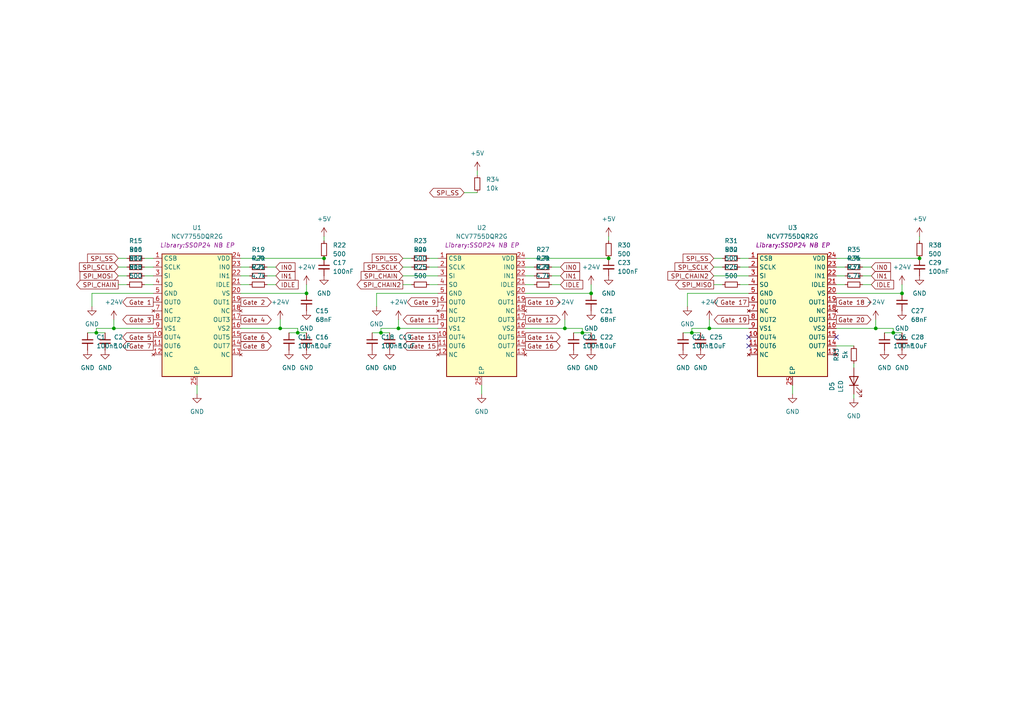
<source format=kicad_sch>
(kicad_sch (version 20230121) (generator eeschema)
  (paper "A4")
  (lib_symbols
    (symbol "Device:C_Small" (pin_numbers hide) (pin_names (offset 0.254) hide)
      (property "Reference" "C" (at 0.254 1.778 0))
      (property "Value" "C_Small" (at 0.254 -2.032 0))
      (symbol "C_Small_0_1"
        (polyline (pts (xy -1.524 -0.508) (xy 1.524 -0.508)) (stroke (width 0.3302)))
        (polyline (pts (xy -1.524 0.508) (xy 1.524 0.508)) (stroke (width 0.3048)))
      )
      (symbol "C_Small_1_1"
        (pin passive line (at 0 2.54 270) (length 2.032) (name "~") (number "1"))
        (pin passive line (at 0 -2.54 90) (length 2.032) (name "~") (number "2"))
      )
    )
    (symbol "Device:LED" (pin_numbers hide) (pin_names (offset 1.016) hide)
      (property "Reference" "D" (at 0 2.54 0))
      (property "Value" "LED" (at 0 -2.54 0))
      (symbol "LED_0_1"
        (polyline (pts (xy -1.27 -1.27) (xy -1.27 1.27)) (stroke (width 0.254)))
        (polyline (pts (xy -1.27 0) (xy 1.27 0)))
        (polyline (pts (xy 1.27 -1.27) (xy 1.27 1.27) (xy -1.27 0) (xy 1.27 -1.27)) (stroke (width 0.254)))
        (polyline (pts (xy -3.048 -0.762) (xy -4.572 -2.286) (xy -3.81 -2.286) (xy -4.572 -2.286) (xy -4.572 -1.524)))
        (polyline (pts (xy -1.778 -0.762) (xy -3.302 -2.286) (xy -2.54 -2.286) (xy -3.302 -2.286) (xy -3.302 -1.524)))
      )
      (symbol "LED_1_1"
        (pin passive line (at -3.81 0 0) (length 2.54) (name "K") (number "1"))
        (pin passive line (at 3.81 0 180) (length 2.54) (name "A") (number "2"))
      )
    )
    (symbol "Device:R_Small" (pin_numbers hide) (pin_names (offset 0.254) hide)
      (property "Reference" "R" (at 0.762 0.508 0))
      (property "Value" "R_Small" (at 0.762 -1.016 0))
      (symbol "R_Small_0_1"
        (rectangle (start -0.762 1.778) (end 0.762 -1.778) (stroke (width 0.2032)))
      )
      (symbol "R_Small_1_1"
        (pin passive line (at 0 2.54 270) (length 0.762) (name "~") (number "1"))
        (pin passive line (at 0 -2.54 90) (length 0.762) (name "~") (number "2"))
      )
    )
    (symbol "NCV7755:NCV7755DQR2G"
      (property "Reference" "U" (at 5.08 21.59 0))
      (property "Value" "NCV7755DQR2G" (at 5.08 19.05 0))
      (property "Footprint" "Library:SSOP24 NB EP" (at -1.27 3.81 0))
      (symbol "NCV7755DQR2G_0_1"
        (rectangle (start -10.16 16.51) (end 10.16 -19.05) (stroke (width 0.254)) (fill (type background)))
      )
      (symbol "NCV7755DQR2G_1_1"
        (pin input line (at -12.7 15.24 0) (length 2.54) (name "CSB") (number "1"))
        (pin output line (at -12.7 -7.62 0) (length 2.54) (name "OUT4") (number "10"))
        (pin output line (at -12.7 -10.16 0) (length 2.54) (name "OUT6") (number "11"))
        (pin no_connect line (at -12.7 -12.7 0) (length 2.54) (name "NC") (number "12"))
        (pin no_connect line (at 12.7 -12.7 180) (length 2.54) (name "NC") (number "13"))
        (pin output line (at 12.7 -10.16 180) (length 2.54) (name "OUT7") (number "14"))
        (pin output line (at 12.7 -7.62 180) (length 2.54) (name "OUT5") (number "15"))
        (pin power_in line (at 12.7 -5.08 180) (length 2.54) (name "VS2") (number "16"))
        (pin output line (at 12.7 -2.54 180) (length 2.54) (name "OUT3") (number "17"))
        (pin no_connect line (at 12.7 0 180) (length 2.54) (name "NC") (number "18"))
        (pin output line (at 12.7 2.54 180) (length 2.54) (name "OUT1") (number "19"))
        (pin input line (at -12.7 12.7 0) (length 2.54) (name "SCLK") (number "2"))
        (pin power_in line (at 12.7 5.08 180) (length 2.54) (name "VS") (number "20"))
        (pin input line (at 12.7 7.62 180) (length 2.54) (name "IDLE") (number "21"))
        (pin input line (at 12.7 10.16 180) (length 2.54) (name "IN1") (number "22"))
        (pin input line (at 12.7 12.7 180) (length 2.54) (name "IN0") (number "23"))
        (pin power_in line (at 12.7 15.24 180) (length 2.54) (name "VDD") (number "24"))
        (pin passive line (at 0 -21.59 90) (length 2.54) (name "EP") (number "25"))
        (pin input line (at -12.7 10.16 0) (length 2.54) (name "SI") (number "3"))
        (pin output line (at -12.7 7.62 0) (length 2.54) (name "SO") (number "4"))
        (pin passive line (at -12.7 5.08 0) (length 2.54) (name "GND") (number "5"))
        (pin output line (at -12.7 2.54 0) (length 2.54) (name "OUT0") (number "6"))
        (pin no_connect line (at -12.7 0 0) (length 2.54) (name "NC") (number "7"))
        (pin output line (at -12.7 -2.54 0) (length 2.54) (name "OUT2") (number "8"))
        (pin power_in line (at -12.7 -5.08 0) (length 2.54) (name "VS1") (number "9"))
      )
    )
    (symbol "power:+24V" (power) (pin_names (offset 0))
      (property "Value" "+24V" (at 0 3.556 0))
      (symbol "+24V_0_1"
        (polyline (pts (xy -0.762 1.27) (xy 0 2.54)))
        (polyline (pts (xy 0 0) (xy 0 2.54)))
        (polyline (pts (xy 0 2.54) (xy 0.762 1.27)))
      )
      (symbol "+24V_1_1"
        (pin power_in line (at 0 0 90) (length 0) hide (name "+24V") (number "1"))
      )
    )
    (symbol "power:+5V" (power) (pin_names (offset 0))
      (property "Value" "+5V" (at 0 3.556 0))
      (symbol "+5V_0_1"
        (polyline (pts (xy -0.762 1.27) (xy 0 2.54)))
        (polyline (pts (xy 0 0) (xy 0 2.54)))
        (polyline (pts (xy 0 2.54) (xy 0.762 1.27)))
      )
      (symbol "+5V_1_1"
        (pin power_in line (at 0 0 90) (length 0) hide (name "+5V") (number "1"))
      )
    )
    (symbol "power:GND" (power) (pin_names (offset 0))
      (property "Value" "GND" (at 0 -3.81 0))
      (symbol "GND_0_1"
        (polyline (pts (xy 0 0) (xy 0 -1.27) (xy 1.27 -1.27) (xy 0 -2.54) (xy -1.27 -1.27) (xy 0 -1.27)))
      )
      (symbol "GND_1_1"
        (pin power_in line (at 0 0 270) (length 0) hide (name "GND") (number "1"))
      )
    )
  )
  (junction (at 33.02 95.25))
  (junction (at 93.98 74.93))
  (junction (at 163.83 95.25))
  (junction (at 115.57 95.25))
  (junction (at 176.53 74.93))
  (junction (at 200.66 96.52))
  (junction (at 81.28 95.25))
  (junction (at 27.94 96.52))
  (junction (at 205.74 95.25))
  (junction (at 86.36 96.52))
  (junction (at 266.7 74.93))
  (junction (at 110.49 96.52))
  (junction (at 171.45 85.09))
  (junction (at 261.62 85.09))
  (junction (at 259.08 96.52))
  (junction (at 88.9 85.09))
  (junction (at 168.91 96.52))
  (junction (at 254 95.25))
  (no_connect (at 242.57 97.79))
  (no_connect (at 217.17 100.33))
  (no_connect (at 217.17 97.79))
  (wire (pts (xy 93.98 68.58) (xy 93.98 69.85)))
  (wire (pts (xy 69.85 74.93) (xy 93.98 74.93)))
  (wire (pts (xy 138.43 49.53) (xy 138.43 50.8)))
  (wire (pts (xy 259.08 95.25) (xy 259.08 96.52)))
  (wire (pts (xy 77.47 80.01) (xy 80.01 80.01)))
  (wire (pts (xy 124.46 74.93) (xy 127 74.93)))
  (wire (pts (xy 83.82 96.52) (xy 86.36 96.52)))
  (wire (pts (xy 176.53 68.58) (xy 176.53 69.85)))
  (wire (pts (xy 242.57 85.09) (xy 261.62 85.09)))
  (wire (pts (xy 116.84 80.01) (xy 127 80.01)))
  (wire (pts (xy 27.94 95.25) (xy 33.02 95.25)))
  (wire (pts (xy 199.39 85.09) (xy 199.39 88.9)))
  (wire (pts (xy 214.63 82.55) (xy 217.17 82.55)))
  (wire (pts (xy 152.4 82.55) (xy 154.94 82.55)))
  (wire (pts (xy 69.85 80.01) (xy 72.39 80.01)))
  (wire (pts (xy 26.67 85.09) (xy 44.45 85.09)))
  (wire (pts (xy 110.49 95.25) (xy 115.57 95.25)))
  (wire (pts (xy 200.66 95.25) (xy 205.74 95.25)))
  (wire (pts (xy 33.02 95.25) (xy 44.45 95.25)))
  (wire (pts (xy 77.47 77.47) (xy 80.01 77.47)))
  (wire (pts (xy 110.49 95.25) (xy 110.49 96.52)))
  (wire (pts (xy 247.65 114.3) (xy 247.65 115.57)))
  (wire (pts (xy 41.91 80.01) (xy 44.45 80.01)))
  (wire (pts (xy 261.62 82.55) (xy 261.62 85.09)))
  (wire (pts (xy 124.46 82.55) (xy 127 82.55)))
  (wire (pts (xy 214.63 74.93) (xy 217.17 74.93)))
  (wire (pts (xy 134.62 55.88) (xy 138.43 55.88)))
  (wire (pts (xy 41.91 82.55) (xy 44.45 82.55)))
  (wire (pts (xy 115.57 95.25) (xy 127 95.25)))
  (wire (pts (xy 200.66 95.25) (xy 200.66 96.52)))
  (wire (pts (xy 110.49 96.52) (xy 113.03 96.52)))
  (wire (pts (xy 214.63 77.47) (xy 217.17 77.47)))
  (wire (pts (xy 77.47 82.55) (xy 80.01 82.55)))
  (wire (pts (xy 124.46 77.47) (xy 127 77.47)))
  (wire (pts (xy 242.57 95.25) (xy 254 95.25)))
  (wire (pts (xy 69.85 77.47) (xy 72.39 77.47)))
  (wire (pts (xy 115.57 92.71) (xy 115.57 95.25)))
  (wire (pts (xy 160.02 82.55) (xy 162.56 82.55)))
  (wire (pts (xy 41.91 77.47) (xy 44.45 77.47)))
  (wire (pts (xy 160.02 80.01) (xy 162.56 80.01)))
  (wire (pts (xy 27.94 95.25) (xy 27.94 96.52)))
  (wire (pts (xy 250.19 80.01) (xy 252.73 80.01)))
  (wire (pts (xy 207.01 74.93) (xy 209.55 74.93)))
  (wire (pts (xy 166.37 96.52) (xy 168.91 96.52)))
  (wire (pts (xy 207.01 77.47) (xy 209.55 77.47)))
  (wire (pts (xy 57.15 111.76) (xy 57.15 114.3)))
  (wire (pts (xy 34.29 77.47) (xy 36.83 77.47)))
  (wire (pts (xy 254 95.25) (xy 259.08 95.25)))
  (wire (pts (xy 168.91 95.25) (xy 168.91 96.52)))
  (wire (pts (xy 242.57 80.01) (xy 245.11 80.01)))
  (wire (pts (xy 152.4 74.93) (xy 176.53 74.93)))
  (wire (pts (xy 254 92.71) (xy 254 95.25)))
  (wire (pts (xy 160.02 77.47) (xy 162.56 77.47)))
  (wire (pts (xy 256.54 96.52) (xy 259.08 96.52)))
  (wire (pts (xy 163.83 95.25) (xy 168.91 95.25)))
  (wire (pts (xy 26.67 85.09) (xy 26.67 88.9)))
  (wire (pts (xy 207.01 82.55) (xy 209.55 82.55)))
  (wire (pts (xy 171.45 82.55) (xy 171.45 85.09)))
  (wire (pts (xy 107.95 96.52) (xy 110.49 96.52)))
  (wire (pts (xy 259.08 96.52) (xy 261.62 96.52)))
  (wire (pts (xy 163.83 92.71) (xy 163.83 95.25)))
  (wire (pts (xy 139.7 111.76) (xy 139.7 114.3)))
  (wire (pts (xy 152.4 85.09) (xy 171.45 85.09)))
  (wire (pts (xy 205.74 95.25) (xy 217.17 95.25)))
  (wire (pts (xy 266.7 68.58) (xy 266.7 69.85)))
  (wire (pts (xy 242.57 74.93) (xy 266.7 74.93)))
  (wire (pts (xy 250.19 77.47) (xy 252.73 77.47)))
  (wire (pts (xy 88.9 82.55) (xy 88.9 85.09)))
  (wire (pts (xy 168.91 96.52) (xy 171.45 96.52)))
  (wire (pts (xy 207.01 80.01) (xy 217.17 80.01)))
  (wire (pts (xy 69.85 85.09) (xy 88.9 85.09)))
  (wire (pts (xy 242.57 82.55) (xy 245.11 82.55)))
  (wire (pts (xy 200.66 96.52) (xy 203.2 96.52)))
  (wire (pts (xy 152.4 80.01) (xy 154.94 80.01)))
  (wire (pts (xy 229.87 111.76) (xy 229.87 114.3)))
  (wire (pts (xy 116.84 82.55) (xy 119.38 82.55)))
  (wire (pts (xy 69.85 82.55) (xy 72.39 82.55)))
  (wire (pts (xy 27.94 96.52) (xy 30.48 96.52)))
  (wire (pts (xy 109.22 85.09) (xy 127 85.09)))
  (wire (pts (xy 242.57 77.47) (xy 245.11 77.47)))
  (wire (pts (xy 116.84 74.93) (xy 119.38 74.93)))
  (wire (pts (xy 25.4 96.52) (xy 27.94 96.52)))
  (wire (pts (xy 81.28 92.71) (xy 81.28 95.25)))
  (wire (pts (xy 69.85 95.25) (xy 81.28 95.25)))
  (wire (pts (xy 34.29 74.93) (xy 36.83 74.93)))
  (wire (pts (xy 152.4 95.25) (xy 163.83 95.25)))
  (wire (pts (xy 198.12 96.52) (xy 200.66 96.52)))
  (wire (pts (xy 242.57 100.33) (xy 247.65 100.33)))
  (wire (pts (xy 34.29 80.01) (xy 36.83 80.01)))
  (wire (pts (xy 41.91 74.93) (xy 44.45 74.93)))
  (wire (pts (xy 81.28 95.25) (xy 86.36 95.25)))
  (wire (pts (xy 116.84 77.47) (xy 119.38 77.47)))
  (wire (pts (xy 34.29 82.55) (xy 36.83 82.55)))
  (wire (pts (xy 247.65 106.68) (xy 247.65 105.41)))
  (wire (pts (xy 109.22 85.09) (xy 109.22 88.9)))
  (wire (pts (xy 205.74 92.71) (xy 205.74 95.25)))
  (wire (pts (xy 152.4 77.47) (xy 154.94 77.47)))
  (wire (pts (xy 199.39 85.09) (xy 217.17 85.09)))
  (wire (pts (xy 33.02 92.71) (xy 33.02 95.25)))
  (wire (pts (xy 250.19 82.55) (xy 252.73 82.55)))
  (wire (pts (xy 86.36 95.25) (xy 86.36 96.52)))
  (wire (pts (xy 86.36 96.52) (xy 88.9 96.52)))
  (global_label "IN1" (shape input) (at 80.01 80.01 0) (property "Intersheetrefs" "${INTERSHEET_REFS}" (effects hide)))
  (global_label "Gate 18" (shape output) (at 242.57 87.63 0) (property "Intersheetrefs" "${INTERSHEET_REFS}" (effects hide)))
  (global_label "Gate 5" (shape output) (at 44.45 97.79 180) (property "Intersheetrefs" "${INTERSHEET_REFS}" (effects hide)))
  (global_label "SPI_SS" (shape input) (at 207.01 74.93 180) (property "Intersheetrefs" "${INTERSHEET_REFS}" (effects hide)))
  (global_label "Gate 15" (shape output) (at 127 100.33 180) (property "Intersheetrefs" "${INTERSHEET_REFS}" (effects hide)))
  (global_label "IN1" (shape input) (at 252.73 80.01 0) (property "Intersheetrefs" "${INTERSHEET_REFS}" (effects hide)))
  (global_label "IN0" (shape input) (at 252.73 77.47 0) (property "Intersheetrefs" "${INTERSHEET_REFS}" (effects hide)))
  (global_label "Gate 20" (shape output) (at 242.57 92.71 0) (property "Intersheetrefs" "${INTERSHEET_REFS}" (effects hide)))
  (global_label "SPI_CHAIN" (shape input) (at 116.84 80.01 180) (property "Intersheetrefs" "${INTERSHEET_REFS}" (effects hide)))
  (global_label "SPI_SS" (shape bidirectional) (at 134.62 55.88 180) (property "Intersheetrefs" "${INTERSHEET_REFS}" (effects hide)))
  (global_label "SPI_MOSI" (shape input) (at 34.29 80.01 180) (property "Intersheetrefs" "${INTERSHEET_REFS}" (effects hide)))
  (global_label "Gate 19" (shape output) (at 217.17 92.71 180) (property "Intersheetrefs" "${INTERSHEET_REFS}" (effects hide)))
  (global_label "SPI_SS" (shape input) (at 34.29 74.93 180) (property "Intersheetrefs" "${INTERSHEET_REFS}" (effects hide)))
  (global_label "IN1" (shape input) (at 162.56 80.01 0) (property "Intersheetrefs" "${INTERSHEET_REFS}" (effects hide)))
  (global_label "SPI_SS" (shape input) (at 116.84 74.93 180) (property "Intersheetrefs" "${INTERSHEET_REFS}" (effects hide)))
  (global_label "Gate 11" (shape output) (at 127 92.71 180) (property "Intersheetrefs" "${INTERSHEET_REFS}" (effects hide)))
  (global_label "IDLE" (shape input) (at 80.01 82.55 0) (property "Intersheetrefs" "${INTERSHEET_REFS}" (effects hide)))
  (global_label "IN0" (shape input) (at 162.56 77.47 0) (property "Intersheetrefs" "${INTERSHEET_REFS}" (effects hide)))
  (global_label "Gate 10" (shape output) (at 152.4 87.63 0) (property "Intersheetrefs" "${INTERSHEET_REFS}" (effects hide)))
  (global_label "Gate 8" (shape output) (at 69.85 100.33 0) (property "Intersheetrefs" "${INTERSHEET_REFS}" (effects hide)))
  (global_label "SPI_CHAIN2" (shape input) (at 207.01 80.01 180) (property "Intersheetrefs" "${INTERSHEET_REFS}" (effects hide)))
  (global_label "Gate 12" (shape output) (at 152.4 92.71 0) (property "Intersheetrefs" "${INTERSHEET_REFS}" (effects hide)))
  (global_label "SPI_SCLK" (shape input) (at 116.84 77.47 180) (property "Intersheetrefs" "${INTERSHEET_REFS}" (effects hide)))
  (global_label "IN0" (shape input) (at 80.01 77.47 0) (property "Intersheetrefs" "${INTERSHEET_REFS}" (effects hide)))
  (global_label "SPI_SCLK" (shape input) (at 34.29 77.47 180) (property "Intersheetrefs" "${INTERSHEET_REFS}" (effects hide)))
  (global_label "Gate 3" (shape output) (at 44.45 92.71 180) (property "Intersheetrefs" "${INTERSHEET_REFS}" (effects hide)))
  (global_label "SPI_CHAIN2" (shape output) (at 116.84 82.55 180) (property "Intersheetrefs" "${INTERSHEET_REFS}" (effects hide)))
  (global_label "IDLE" (shape input) (at 252.73 82.55 0) (property "Intersheetrefs" "${INTERSHEET_REFS}" (effects hide)))
  (global_label "Gate 4" (shape output) (at 69.85 92.71 0) (property "Intersheetrefs" "${INTERSHEET_REFS}" (effects hide)))
  (global_label "Gate 9" (shape output) (at 127 87.63 180) (property "Intersheetrefs" "${INTERSHEET_REFS}" (effects hide)))
  (global_label "SPI_MISO" (shape output) (at 207.01 82.55 180) (property "Intersheetrefs" "${INTERSHEET_REFS}" (effects hide)))
  (global_label "Gate 13" (shape output) (at 127 97.79 180) (property "Intersheetrefs" "${INTERSHEET_REFS}" (effects hide)))
  (global_label "SPI_SCLK" (shape input) (at 207.01 77.47 180) (property "Intersheetrefs" "${INTERSHEET_REFS}" (effects hide)))
  (global_label "Gate 1" (shape output) (at 44.45 87.63 180) (property "Intersheetrefs" "${INTERSHEET_REFS}" (effects hide)))
  (global_label "IDLE" (shape input) (at 162.56 82.55 0) (property "Intersheetrefs" "${INTERSHEET_REFS}" (effects hide)))
  (global_label "SPI_CHAIN" (shape output) (at 34.29 82.55 180) (property "Intersheetrefs" "${INTERSHEET_REFS}" (effects hide)))
  (global_label "Gate 7" (shape output) (at 44.45 100.33 180) (property "Intersheetrefs" "${INTERSHEET_REFS}" (effects hide)))
  (global_label "Gate 17" (shape output) (at 217.17 87.63 180) (property "Intersheetrefs" "${INTERSHEET_REFS}" (effects hide)))
  (global_label "Gate 16" (shape output) (at 152.4 100.33 0) (property "Intersheetrefs" "${INTERSHEET_REFS}" (effects hide)))
  (global_label "Gate 6" (shape output) (at 69.85 97.79 0) (property "Intersheetrefs" "${INTERSHEET_REFS}" (effects hide)))
  (global_label "Gate 2" (shape output) (at 69.85 87.63 0) (property "Intersheetrefs" "${INTERSHEET_REFS}" (effects hide)))
  (global_label "Gate 14" (shape output) (at 152.4 97.79 0) (property "Intersheetrefs" "${INTERSHEET_REFS}" (effects hide)))
  (symbol (lib_id "Device:C_Small") (at 166.37 99.06 0) (unit 1)
    (property "Reference" "C20" (at 168.91 97.7963 0) (effects (justify left)))
    (property "Value" "100nF" (at 168.91 100.3363 0) (effects (justify left)))
    (property "Footprint" "Capacitor_SMD:C_0805_2012Metric_Pad1.18x1.45mm_HandSolder" (effects hide))
  )
  (symbol (lib_id "Device:R_Small") (at 39.37 74.93 90) (unit 1)
    (property "Reference" "R15" (at 39.37 69.85 90))
    (property "Value" "500" (at 39.37 72.39 90))
    (property "Footprint" "Resistor_SMD:R_0805_2012Metric_Pad1.20x1.40mm_HandSolder" (effects hide))
  )
  (symbol (lib_id "power:GND") (at 203.2 101.6 0) (unit 1)
    (property "Reference" "#PWR083" (effects hide))
    (property "Value" "GND" (at 203.2 106.68 0))
  )
  (symbol (lib_id "power:GND") (at 171.45 101.6 0) (unit 1)
    (property "Reference" "#PWR078" (effects hide))
    (property "Value" "GND" (at 171.45 106.68 0))
  )
  (symbol (lib_id "power:GND") (at 261.62 90.17 0) (unit 1)
    (property "Reference" "#PWR089" (effects hide))
    (property "Value" "GND" (at 261.62 95.25 0))
  )
  (symbol (lib_id "power:GND") (at 266.7 80.01 0) (unit 1)
    (property "Reference" "#PWR092" (effects hide))
    (property "Value" "GND" (at 266.7 85.09 0))
  )
  (symbol (lib_id "NCV7755:NCV7755DQR2G") (at 57.15 90.17 0) (unit 1)
    (property "Reference" "U1" (at 57.15 66.04 0))
    (property "Value" "NCV7755DQR2G" (at 57.15 68.58 0))
    (property "Footprint" "Library:SSOP24 NB EP" (at 57.15 71.12 0) (effects (font italic)))
    (property "Datasheet" "https://www.mouser.com/datasheet/2/308/1/NCV7755_D-3150259.pdf" (effects hide))
  )
  (symbol (lib_id "Device:R_Small") (at 266.7 72.39 180) (unit 1)
    (property "Reference" "R38" (at 269.24 71.12 0) (effects (justify right)))
    (property "Value" "500" (at 269.24 73.66 0) (effects (justify right)))
    (property "Footprint" "Resistor_SMD:R_0805_2012Metric_Pad1.20x1.40mm_HandSolder" (effects hide))
  )
  (symbol (lib_id "power:GND") (at 88.9 90.17 0) (unit 1)
    (property "Reference" "#PWR029" (effects hide))
    (property "Value" "GND" (at 88.9 95.25 0))
  )
  (symbol (lib_id "power:+24V") (at 115.57 92.71 0) (unit 1)
    (property "Reference" "#PWR036" (effects hide))
    (property "Value" "+24V" (at 115.57 87.63 0))
  )
  (symbol (lib_id "Device:C_Small") (at 266.7 77.47 0) (unit 1)
    (property "Reference" "C29" (at 269.24 76.2063 0) (effects (justify left)))
    (property "Value" "100nF" (at 269.24 78.7463 0) (effects (justify left)))
    (property "Footprint" "Capacitor_SMD:C_0805_2012Metric_Pad1.18x1.45mm_HandSolder" (effects hide))
  )
  (symbol (lib_id "power:GND") (at 113.03 101.6 0) (unit 1)
    (property "Reference" "#PWR035" (effects hide))
    (property "Value" "GND" (at 113.03 106.68 0))
  )
  (symbol (lib_id "Device:C_Small") (at 88.9 99.06 0) (unit 1)
    (property "Reference" "C16" (at 91.44 97.7963 0) (effects (justify left)))
    (property "Value" "10uF" (at 91.44 100.3363 0) (effects (justify left)))
    (property "Footprint" "Capacitor_SMD:C_0805_2012Metric_Pad1.18x1.45mm_HandSolder" (effects hide))
  )
  (symbol (lib_id "Device:C_Small") (at 261.62 87.63 0) (unit 1)
    (property "Reference" "C27" (at 264.16 90.17 0) (effects (justify left)))
    (property "Value" "68nF" (at 264.16 92.71 0) (effects (justify left)))
    (property "Footprint" "Capacitor_SMD:C_0805_2012Metric_Pad1.18x1.45mm_HandSolder" (effects hide))
  )
  (symbol (lib_id "Device:R_Small") (at 39.37 80.01 90) (unit 1)
    (property "Reference" "R17" (at 39.37 74.93 90))
    (property "Value" "500" (at 39.37 77.47 90))
    (property "Footprint" "Resistor_SMD:R_0805_2012Metric_Pad1.20x1.40mm_HandSolder" (effects hide))
  )
  (symbol (lib_id "power:GND") (at 171.45 90.17 0) (unit 1)
    (property "Reference" "#PWR077" (effects hide))
    (property "Value" "GND" (at 171.45 95.25 0))
  )
  (symbol (lib_id "Device:LED") (at 247.65 110.49 90) (unit 1)
    (property "Reference" "D5" (at 241.3 112.0775 0))
    (property "Value" "LED" (at 243.84 112.0775 0))
    (property "Footprint" "LED_SMD:LED_0805_2012Metric_Pad1.15x1.40mm_HandSolder" (effects hide))
  )
  (symbol (lib_id "power:+5V") (at 138.43 49.53 0) (unit 1)
    (property "Reference" "#PWR094" (effects hide))
    (property "Value" "+5V" (at 138.43 44.45 0))
  )
  (symbol (lib_id "Device:R_Small") (at 212.09 82.55 90) (unit 1)
    (property "Reference" "R26" (at 212.09 77.47 90))
    (property "Value" "500" (at 212.09 80.01 90))
    (property "Footprint" "Resistor_SMD:R_0805_2012Metric_Pad1.20x1.40mm_HandSolder" (effects hide))
  )
  (symbol (lib_id "Device:R_Small") (at 138.43 53.34 180) (unit 1)
    (property "Reference" "R34" (at 140.97 52.07 0) (effects (justify right)))
    (property "Value" "10k" (at 140.97 54.61 0) (effects (justify right)))
    (property "Footprint" "Resistor_SMD:R_0805_2012Metric_Pad1.20x1.40mm_HandSolder" (effects hide))
  )
  (symbol (lib_id "Device:C_Small") (at 25.4 99.06 0) (unit 1)
    (property "Reference" "C1" (at 27.94 97.7963 0) (effects (justify left)))
    (property "Value" "100nF" (at 27.94 100.3363 0) (effects (justify left)))
    (property "Footprint" "Capacitor_SMD:C_0805_2012Metric_Pad1.18x1.45mm_HandSolder" (effects hide))
  )
  (symbol (lib_id "Device:C_Small") (at 171.45 87.63 0) (unit 1)
    (property "Reference" "C21" (at 173.99 90.17 0) (effects (justify left)))
    (property "Value" "68nF" (at 173.99 92.71 0) (effects (justify left)))
    (property "Footprint" "Capacitor_SMD:C_0805_2012Metric_Pad1.18x1.45mm_HandSolder" (effects hide))
  )
  (symbol (lib_id "power:GND") (at 93.98 80.01 0) (unit 1)
    (property "Reference" "#PWR032" (effects hide))
    (property "Value" "GND" (at 93.98 85.09 0))
  )
  (symbol (lib_id "power:GND") (at 256.54 101.6 0) (unit 1)
    (property "Reference" "#PWR087" (effects hide))
    (property "Value" "GND" (at 256.54 106.68 0))
  )
  (symbol (lib_id "Device:C_Small") (at 107.95 99.06 0) (unit 1)
    (property "Reference" "C18" (at 110.49 97.7963 0) (effects (justify left)))
    (property "Value" "100nF" (at 110.49 100.3363 0) (effects (justify left)))
    (property "Footprint" "Capacitor_SMD:C_0805_2012Metric_Pad1.18x1.45mm_HandSolder" (effects hide))
  )
  (symbol (lib_id "Device:R_Small") (at 176.53 72.39 180) (unit 1)
    (property "Reference" "R30" (at 179.07 71.12 0) (effects (justify right)))
    (property "Value" "500" (at 179.07 73.66 0) (effects (justify right)))
    (property "Footprint" "Resistor_SMD:R_0805_2012Metric_Pad1.20x1.40mm_HandSolder" (effects hide))
  )
  (symbol (lib_id "Device:C_Small") (at 261.62 99.06 0) (unit 1)
    (property "Reference" "C28" (at 264.16 97.7963 0) (effects (justify left)))
    (property "Value" "10uF" (at 264.16 100.3363 0) (effects (justify left)))
    (property "Footprint" "Capacitor_SMD:C_0805_2012Metric_Pad1.18x1.45mm_HandSolder" (effects hide))
  )
  (symbol (lib_id "power:+24V") (at 205.74 92.71 0) (unit 1)
    (property "Reference" "#PWR084" (effects hide))
    (property "Value" "+24V" (at 205.74 87.63 0))
  )
  (symbol (lib_id "NCV7755:NCV7755DQR2G") (at 139.7 90.17 0) (unit 1)
    (property "Reference" "U2" (at 139.7 66.04 0))
    (property "Value" "NCV7755DQR2G" (at 139.7 68.58 0))
    (property "Footprint" "Library:SSOP24 NB EP" (at 139.7 71.12 0) (effects (font italic)))
    (property "Datasheet" "https://www.mouser.com/datasheet/2/308/1/NCV7755_D-3150259.pdf" (effects hide))
  )
  (symbol (lib_id "power:GND") (at 166.37 101.6 0) (unit 1)
    (property "Reference" "#PWR075" (effects hide))
    (property "Value" "GND" (at 166.37 106.68 0))
  )
  (symbol (lib_id "Device:R_Small") (at 157.48 77.47 90) (unit 1)
    (property "Reference" "R27" (at 157.48 72.39 90))
    (property "Value" "4.7k" (at 157.48 74.93 90))
    (property "Footprint" "Resistor_SMD:R_0805_2012Metric_Pad1.20x1.40mm_HandSolder" (effects hide))
  )
  (symbol (lib_id "Device:C_Small") (at 198.12 99.06 0) (unit 1)
    (property "Reference" "C24" (at 200.66 97.7963 0) (effects (justify left)))
    (property "Value" "100nF" (at 200.66 100.3363 0) (effects (justify left)))
    (property "Footprint" "Capacitor_SMD:C_0805_2012Metric_Pad1.18x1.45mm_HandSolder" (effects hide))
  )
  (symbol (lib_id "Device:R_Small") (at 247.65 77.47 90) (unit 1)
    (property "Reference" "R35" (at 247.65 72.39 90))
    (property "Value" "4.7k" (at 247.65 74.93 90))
    (property "Footprint" "Resistor_SMD:R_0805_2012Metric_Pad1.20x1.40mm_HandSolder" (effects hide))
  )
  (symbol (lib_id "Device:R_Small") (at 74.93 80.01 90) (unit 1)
    (property "Reference" "R20" (at 74.93 74.93 90))
    (property "Value" "4.7k" (at 74.93 77.47 90))
    (property "Footprint" "Resistor_SMD:R_0805_2012Metric_Pad1.20x1.40mm_HandSolder" (effects hide))
  )
  (symbol (lib_id "Device:C_Small") (at 88.9 87.63 0) (unit 1)
    (property "Reference" "C15" (at 91.44 90.17 0) (effects (justify left)))
    (property "Value" "68nF" (at 91.44 92.71 0) (effects (justify left)))
    (property "Footprint" "Capacitor_SMD:C_0805_2012Metric_Pad1.18x1.45mm_HandSolder" (effects hide))
  )
  (symbol (lib_id "power:GND") (at 109.22 88.9 0) (unit 1)
    (property "Reference" "#PWR034" (effects hide))
    (property "Value" "GND" (at 109.22 93.98 0))
  )
  (symbol (lib_id "power:GND") (at 25.4 101.6 0) (unit 1)
    (property "Reference" "#PWR021" (effects hide))
    (property "Value" "GND" (at 25.4 106.68 0))
  )
  (symbol (lib_id "Device:C_Small") (at 171.45 99.06 0) (unit 1)
    (property "Reference" "C22" (at 173.99 97.7963 0) (effects (justify left)))
    (property "Value" "10uF" (at 173.99 100.3363 0) (effects (justify left)))
    (property "Footprint" "Capacitor_SMD:C_0805_2012Metric_Pad1.18x1.45mm_HandSolder" (effects hide))
  )
  (symbol (lib_id "power:+24V") (at 33.02 92.71 0) (unit 1)
    (property "Reference" "#PWR024" (effects hide))
    (property "Value" "+24V" (at 33.02 87.63 0))
  )
  (symbol (lib_id "Device:R_Small") (at 93.98 72.39 180) (unit 1)
    (property "Reference" "R22" (at 96.52 71.12 0) (effects (justify right)))
    (property "Value" "500" (at 96.52 73.66 0) (effects (justify right)))
    (property "Footprint" "Resistor_SMD:R_0805_2012Metric_Pad1.20x1.40mm_HandSolder" (effects hide))
  )
  (symbol (lib_id "power:+24V") (at 163.83 92.71 0) (unit 1)
    (property "Reference" "#PWR070" (effects hide))
    (property "Value" "+24V" (at 163.83 87.63 0))
  )
  (symbol (lib_id "power:GND") (at 26.67 88.9 0) (unit 1)
    (property "Reference" "#PWR022" (effects hide))
    (property "Value" "GND" (at 26.67 93.98 0))
  )
  (symbol (lib_id "Device:R_Small") (at 121.92 82.55 90) (unit 1)
    (property "Reference" "R25" (at 121.92 77.47 90))
    (property "Value" "500" (at 121.92 80.01 90))
    (property "Footprint" "Resistor_SMD:R_0805_2012Metric_Pad1.20x1.40mm_HandSolder" (effects hide))
  )
  (symbol (lib_id "power:+24V") (at 88.9 82.55 0) (unit 1)
    (property "Reference" "#PWR028" (effects hide))
    (property "Value" "+24V" (at 88.9 77.47 0))
  )
  (symbol (lib_id "Device:R_Small") (at 74.93 77.47 90) (unit 1)
    (property "Reference" "R19" (at 74.93 72.39 90))
    (property "Value" "4.7k" (at 74.93 74.93 90))
    (property "Footprint" "Resistor_SMD:R_0805_2012Metric_Pad1.20x1.40mm_HandSolder" (effects hide))
  )
  (symbol (lib_id "Device:R_Small") (at 212.09 77.47 90) (unit 1)
    (property "Reference" "R32" (at 212.09 72.39 90))
    (property "Value" "500" (at 212.09 74.93 90))
    (property "Footprint" "Resistor_SMD:R_0805_2012Metric_Pad1.20x1.40mm_HandSolder" (effects hide))
  )
  (symbol (lib_id "Device:C_Small") (at 176.53 77.47 0) (unit 1)
    (property "Reference" "C23" (at 179.07 76.2063 0) (effects (justify left)))
    (property "Value" "100nF" (at 179.07 78.7463 0) (effects (justify left)))
    (property "Footprint" "Capacitor_SMD:C_0805_2012Metric_Pad1.18x1.45mm_HandSolder" (effects hide))
  )
  (symbol (lib_id "power:+5V") (at 93.98 68.58 0) (unit 1)
    (property "Reference" "#PWR031" (effects hide))
    (property "Value" "+5V" (at 93.98 63.5 0))
  )
  (symbol (lib_id "power:GND") (at 198.12 101.6 0) (unit 1)
    (property "Reference" "#PWR081" (effects hide))
    (property "Value" "GND" (at 198.12 106.68 0))
  )
  (symbol (lib_id "Device:C_Small") (at 113.03 99.06 0) (unit 1)
    (property "Reference" "C19" (at 115.57 97.7963 0) (effects (justify left)))
    (property "Value" "10uF" (at 115.57 100.3363 0) (effects (justify left)))
    (property "Footprint" "Capacitor_SMD:C_0805_2012Metric_Pad1.18x1.45mm_HandSolder" (effects hide))
  )
  (symbol (lib_id "Device:R_Small") (at 121.92 77.47 90) (unit 1)
    (property "Reference" "R24" (at 121.92 72.39 90))
    (property "Value" "500" (at 121.92 74.93 90))
    (property "Footprint" "Resistor_SMD:R_0805_2012Metric_Pad1.20x1.40mm_HandSolder" (effects hide))
  )
  (symbol (lib_id "power:GND") (at 88.9 101.6 0) (unit 1)
    (property "Reference" "#PWR030" (effects hide))
    (property "Value" "GND" (at 88.9 106.68 0))
  )
  (symbol (lib_id "power:GND") (at 261.62 101.6 0) (unit 1)
    (property "Reference" "#PWR090" (effects hide))
    (property "Value" "GND" (at 261.62 106.68 0))
  )
  (symbol (lib_id "Device:R_Small") (at 212.09 74.93 90) (unit 1)
    (property "Reference" "R31" (at 212.09 69.85 90))
    (property "Value" "500" (at 212.09 72.39 90))
    (property "Footprint" "Resistor_SMD:R_0805_2012Metric_Pad1.20x1.40mm_HandSolder" (effects hide))
  )
  (symbol (lib_id "power:+24V") (at 261.62 82.55 0) (unit 1)
    (property "Reference" "#PWR088" (effects hide))
    (property "Value" "+24V" (at 261.62 77.47 0))
  )
  (symbol (lib_id "Device:C_Small") (at 256.54 99.06 0) (unit 1)
    (property "Reference" "C26" (at 259.08 97.7963 0) (effects (justify left)))
    (property "Value" "100nF" (at 259.08 100.3363 0) (effects (justify left)))
    (property "Footprint" "Capacitor_SMD:C_0805_2012Metric_Pad1.18x1.45mm_HandSolder" (effects hide))
  )
  (symbol (lib_id "Device:R_Small") (at 247.65 80.01 90) (unit 1)
    (property "Reference" "R36" (at 247.65 74.93 90))
    (property "Value" "4.7k" (at 247.65 77.47 90))
    (property "Footprint" "Resistor_SMD:R_0805_2012Metric_Pad1.20x1.40mm_HandSolder" (effects hide))
  )
  (symbol (lib_id "Device:C_Small") (at 30.48 99.06 0) (unit 1)
    (property "Reference" "C2" (at 33.02 97.7963 0) (effects (justify left)))
    (property "Value" "10uF" (at 33.02 100.3363 0) (effects (justify left)))
    (property "Footprint" "Capacitor_SMD:C_0805_2012Metric_Pad1.18x1.45mm_HandSolder" (effects hide))
  )
  (symbol (lib_id "power:+5V") (at 266.7 68.58 0) (unit 1)
    (property "Reference" "#PWR091" (effects hide))
    (property "Value" "+5V" (at 266.7 63.5 0))
  )
  (symbol (lib_id "power:+24V") (at 171.45 82.55 0) (unit 1)
    (property "Reference" "#PWR076" (effects hide))
    (property "Value" "+24V" (at 171.45 77.47 0))
  )
  (symbol (lib_id "Device:R_Small") (at 247.65 82.55 90) (unit 1)
    (property "Reference" "R37" (at 247.65 77.47 90))
    (property "Value" "4.7k" (at 247.65 80.01 90))
    (property "Footprint" "Resistor_SMD:R_0805_2012Metric_Pad1.20x1.40mm_HandSolder" (effects hide))
  )
  (symbol (lib_id "Device:R_Small") (at 39.37 82.55 90) (unit 1)
    (property "Reference" "R18" (at 39.37 77.47 90))
    (property "Value" "500" (at 39.37 80.01 90))
    (property "Footprint" "Resistor_SMD:R_0805_2012Metric_Pad1.20x1.40mm_HandSolder" (effects hide))
  )
  (symbol (lib_id "power:GND") (at 176.53 80.01 0) (unit 1)
    (property "Reference" "#PWR080" (effects hide))
    (property "Value" "GND" (at 176.53 85.09 0))
  )
  (symbol (lib_id "Device:C_Small") (at 93.98 77.47 0) (unit 1)
    (property "Reference" "C17" (at 96.52 76.2063 0) (effects (justify left)))
    (property "Value" "100nF" (at 96.52 78.7463 0) (effects (justify left)))
    (property "Footprint" "Capacitor_SMD:C_0805_2012Metric_Pad1.18x1.45mm_HandSolder" (effects hide))
  )
  (symbol (lib_id "NCV7755:NCV7755DQR2G") (at 229.87 90.17 0) (unit 1)
    (property "Reference" "U3" (at 229.87 66.04 0))
    (property "Value" "NCV7755DQR2G" (at 229.87 68.58 0))
    (property "Footprint" "Library:SSOP24 NB EP" (at 229.87 71.12 0) (effects (font italic)))
    (property "Datasheet" "https://www.mouser.com/datasheet/2/308/1/NCV7755_D-3150259.pdf" (effects hide))
  )
  (symbol (lib_id "power:GND") (at 107.95 101.6 0) (unit 1)
    (property "Reference" "#PWR033" (effects hide))
    (property "Value" "GND" (at 107.95 106.68 0))
  )
  (symbol (lib_id "power:GND") (at 229.87 114.3 0) (unit 1)
    (property "Reference" "#PWR085" (effects hide))
    (property "Value" "GND" (at 229.87 119.38 0))
  )
  (symbol (lib_id "Device:R_Small") (at 121.92 74.93 90) (unit 1)
    (property "Reference" "R23" (at 121.92 69.85 90))
    (property "Value" "500" (at 121.92 72.39 90))
    (property "Footprint" "Resistor_SMD:R_0805_2012Metric_Pad1.20x1.40mm_HandSolder" (effects hide))
  )
  (symbol (lib_id "power:GND") (at 199.39 88.9 0) (unit 1)
    (property "Reference" "#PWR082" (effects hide))
    (property "Value" "GND" (at 199.39 93.98 0))
  )
  (symbol (lib_id "Device:R_Small") (at 247.65 102.87 180) (unit 1)
    (property "Reference" "R33" (at 242.57 102.87 90))
    (property "Value" "5k" (at 245.11 102.87 90))
    (property "Footprint" "Resistor_SMD:R_0805_2012Metric_Pad1.20x1.40mm_HandSolder" (effects hide))
  )
  (symbol (lib_id "Device:R_Small") (at 157.48 80.01 90) (unit 1)
    (property "Reference" "R28" (at 157.48 74.93 90))
    (property "Value" "4.7k" (at 157.48 77.47 90))
    (property "Footprint" "Resistor_SMD:R_0805_2012Metric_Pad1.20x1.40mm_HandSolder" (effects hide))
  )
  (symbol (lib_id "power:GND") (at 139.7 114.3 0) (unit 1)
    (property "Reference" "#PWR069" (effects hide))
    (property "Value" "GND" (at 139.7 119.38 0))
  )
  (symbol (lib_id "Device:C_Small") (at 83.82 99.06 0) (unit 1)
    (property "Reference" "C14" (at 86.36 97.7963 0) (effects (justify left)))
    (property "Value" "100nF" (at 86.36 100.3363 0) (effects (justify left)))
    (property "Footprint" "Capacitor_SMD:C_0805_2012Metric_Pad1.18x1.45mm_HandSolder" (effects hide))
  )
  (symbol (lib_id "power:+5V") (at 176.53 68.58 0) (unit 1)
    (property "Reference" "#PWR079" (effects hide))
    (property "Value" "+5V" (at 176.53 63.5 0))
  )
  (symbol (lib_id "power:GND") (at 30.48 101.6 0) (unit 1)
    (property "Reference" "#PWR023" (effects hide))
    (property "Value" "GND" (at 30.48 106.68 0))
  )
  (symbol (lib_id "power:GND") (at 83.82 101.6 0) (unit 1)
    (property "Reference" "#PWR027" (effects hide))
    (property "Value" "GND" (at 83.82 106.68 0))
  )
  (symbol (lib_id "Device:R_Small") (at 39.37 77.47 90) (unit 1)
    (property "Reference" "R16" (at 39.37 72.39 90))
    (property "Value" "500" (at 39.37 74.93 90))
    (property "Footprint" "Resistor_SMD:R_0805_2012Metric_Pad1.20x1.40mm_HandSolder" (effects hide))
  )
  (symbol (lib_id "power:+24V") (at 254 92.71 0) (unit 1)
    (property "Reference" "#PWR086" (effects hide))
    (property "Value" "+24V" (at 254 87.63 0))
  )
  (symbol (lib_id "power:+24V") (at 81.28 92.71 0) (unit 1)
    (property "Reference" "#PWR026" (effects hide))
    (property "Value" "+24V" (at 81.28 87.63 0))
  )
  (symbol (lib_id "Device:C_Small") (at 203.2 99.06 0) (unit 1)
    (property "Reference" "C25" (at 205.74 97.7963 0) (effects (justify left)))
    (property "Value" "10uF" (at 205.74 100.3363 0) (effects (justify left)))
    (property "Footprint" "Capacitor_SMD:C_0805_2012Metric_Pad1.18x1.45mm_HandSolder" (effects hide))
  )
  (symbol (lib_id "power:GND") (at 247.65 115.57 0) (unit 1)
    (property "Reference" "#PWR093" (effects hide))
    (property "Value" "GND" (at 247.65 120.65 0))
  )
  (symbol (lib_id "Device:R_Small") (at 74.93 82.55 90) (unit 1)
    (property "Reference" "R21" (at 74.93 77.47 90))
    (property "Value" "4.7k" (at 74.93 80.01 90))
    (property "Footprint" "Resistor_SMD:R_0805_2012Metric_Pad1.20x1.40mm_HandSolder" (effects hide))
  )
  (symbol (lib_id "Device:R_Small") (at 157.48 82.55 90) (unit 1)
    (property "Reference" "R29" (at 157.48 77.47 90))
    (property "Value" "4.7k" (at 157.48 80.01 90))
    (property "Footprint" "Resistor_SMD:R_0805_2012Metric_Pad1.20x1.40mm_HandSolder" (effects hide))
  )
  (symbol (lib_id "power:GND") (at 57.15 114.3 0) (unit 1)
    (property "Reference" "#PWR025" (effects hide))
    (property "Value" "GND" (at 57.15 119.38 0))
  )
)
</source>
